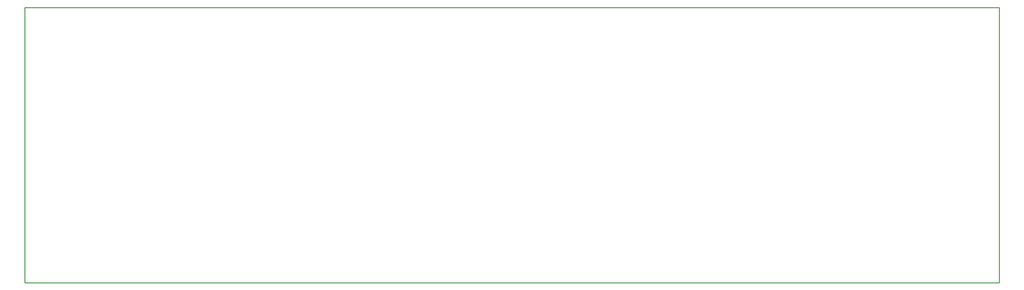
<source format=gm1>
G04*
G04 #@! TF.GenerationSoftware,Altium Limited,Altium Designer,19.1.7 (138)*
G04*
G04 Layer_Color=16711935*
%FSLAX25Y25*%
%MOIN*%
G70*
G01*
G75*
%ADD13C,0.01000*%
D13*
X3000Y347500D02*
X1078500Y347500D01*
X3000Y347500D02*
X3000Y43500D01*
X1078500D01*
X1078500Y347500D02*
X1078500Y43500D01*
M02*

</source>
